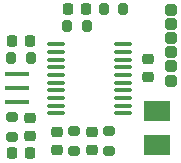
<source format=gbr>
%TF.GenerationSoftware,KiCad,Pcbnew,8.0.3*%
%TF.CreationDate,2024-11-10T00:39:18+08:00*%
%TF.ProjectId,NekoPurrTech_TiltingCtrl,4e656b6f-5075-4727-9254-6563685f5469,rev?*%
%TF.SameCoordinates,Original*%
%TF.FileFunction,Paste,Top*%
%TF.FilePolarity,Positive*%
%FSLAX46Y46*%
G04 Gerber Fmt 4.6, Leading zero omitted, Abs format (unit mm)*
G04 Created by KiCad (PCBNEW 8.0.3) date 2024-11-10 00:39:18*
%MOMM*%
%LPD*%
G01*
G04 APERTURE LIST*
G04 Aperture macros list*
%AMRoundRect*
0 Rectangle with rounded corners*
0 $1 Rounding radius*
0 $2 $3 $4 $5 $6 $7 $8 $9 X,Y pos of 4 corners*
0 Add a 4 corners polygon primitive as box body*
4,1,4,$2,$3,$4,$5,$6,$7,$8,$9,$2,$3,0*
0 Add four circle primitives for the rounded corners*
1,1,$1+$1,$2,$3*
1,1,$1+$1,$4,$5*
1,1,$1+$1,$6,$7*
1,1,$1+$1,$8,$9*
0 Add four rect primitives between the rounded corners*
20,1,$1+$1,$2,$3,$4,$5,0*
20,1,$1+$1,$4,$5,$6,$7,0*
20,1,$1+$1,$6,$7,$8,$9,0*
20,1,$1+$1,$8,$9,$2,$3,0*%
G04 Aperture macros list end*
%ADD10R,2.100000X0.400000*%
%ADD11RoundRect,0.200000X0.200000X0.275000X-0.200000X0.275000X-0.200000X-0.275000X0.200000X-0.275000X0*%
%ADD12RoundRect,0.225000X-0.250000X0.225000X-0.250000X-0.225000X0.250000X-0.225000X0.250000X0.225000X0*%
%ADD13RoundRect,0.250000X0.250000X-0.250000X0.250000X0.250000X-0.250000X0.250000X-0.250000X-0.250000X0*%
%ADD14RoundRect,0.200000X0.275000X-0.200000X0.275000X0.200000X-0.275000X0.200000X-0.275000X-0.200000X0*%
%ADD15RoundRect,0.218750X0.218750X0.256250X-0.218750X0.256250X-0.218750X-0.256250X0.218750X-0.256250X0*%
%ADD16R,2.300000X1.800000*%
%ADD17RoundRect,0.225000X0.225000X0.250000X-0.225000X0.250000X-0.225000X-0.250000X0.225000X-0.250000X0*%
%ADD18RoundRect,0.100000X-0.637500X-0.100000X0.637500X-0.100000X0.637500X0.100000X-0.637500X0.100000X0*%
%ADD19RoundRect,0.225000X-0.225000X-0.250000X0.225000X-0.250000X0.225000X0.250000X-0.225000X0.250000X0*%
G04 APERTURE END LIST*
D10*
%TO.C,R6*%
X86610000Y-66270000D03*
X86610000Y-65070000D03*
X86610000Y-63870000D03*
%TD*%
D11*
%TO.C,R12*%
X87815000Y-62540000D03*
X86165000Y-62540000D03*
%TD*%
D12*
%TO.C,C8*%
X90050000Y-68800000D03*
X90050000Y-70350000D03*
%TD*%
D13*
%TO.C,J4*%
X99690000Y-64440000D03*
X99690000Y-63240000D03*
X99690000Y-62040000D03*
X99690000Y-60840000D03*
X99690000Y-59640000D03*
X99690000Y-58440000D03*
%TD*%
D12*
%TO.C,C4*%
X87740000Y-67615000D03*
X87740000Y-69165000D03*
%TD*%
D11*
%TO.C,R7*%
X92530000Y-59850000D03*
X90880000Y-59850000D03*
%TD*%
D14*
%TO.C,R5*%
X91500000Y-70400000D03*
X91500000Y-68750000D03*
%TD*%
D15*
%TO.C,D3*%
X92490000Y-58380000D03*
X90915000Y-58380000D03*
%TD*%
D16*
%TO.C,C1*%
X98500000Y-69900000D03*
X98500000Y-67000000D03*
%TD*%
D17*
%TO.C,C14*%
X87765000Y-61080000D03*
X86215000Y-61080000D03*
%TD*%
D14*
%TO.C,R3*%
X86240000Y-69215000D03*
X86240000Y-67565000D03*
%TD*%
D11*
%TO.C,R11*%
X95615000Y-58380000D03*
X93965000Y-58380000D03*
%TD*%
D18*
%TO.C,U1*%
X89901500Y-61375000D03*
X89901500Y-62025000D03*
X89901500Y-62675000D03*
X89901500Y-63325000D03*
X89901500Y-63975000D03*
X89901500Y-64625000D03*
X89901500Y-65275000D03*
X89901500Y-65925000D03*
X89901500Y-66575000D03*
X89901500Y-67225000D03*
X95626500Y-67225000D03*
X95626500Y-66575000D03*
X95626500Y-65925000D03*
X95626500Y-65275000D03*
X95626500Y-64625000D03*
X95626500Y-63975000D03*
X95626500Y-63325000D03*
X95626500Y-62675000D03*
X95626500Y-62025000D03*
X95626500Y-61375000D03*
%TD*%
D14*
%TO.C,R2*%
X94425000Y-70400000D03*
X94425000Y-68750000D03*
%TD*%
D12*
%TO.C,C3*%
X92950000Y-68800000D03*
X92950000Y-70350000D03*
%TD*%
%TO.C,C6*%
X97700000Y-62600000D03*
X97700000Y-64150000D03*
%TD*%
D19*
%TO.C,C5*%
X86215000Y-70615000D03*
X87765000Y-70615000D03*
%TD*%
M02*

</source>
